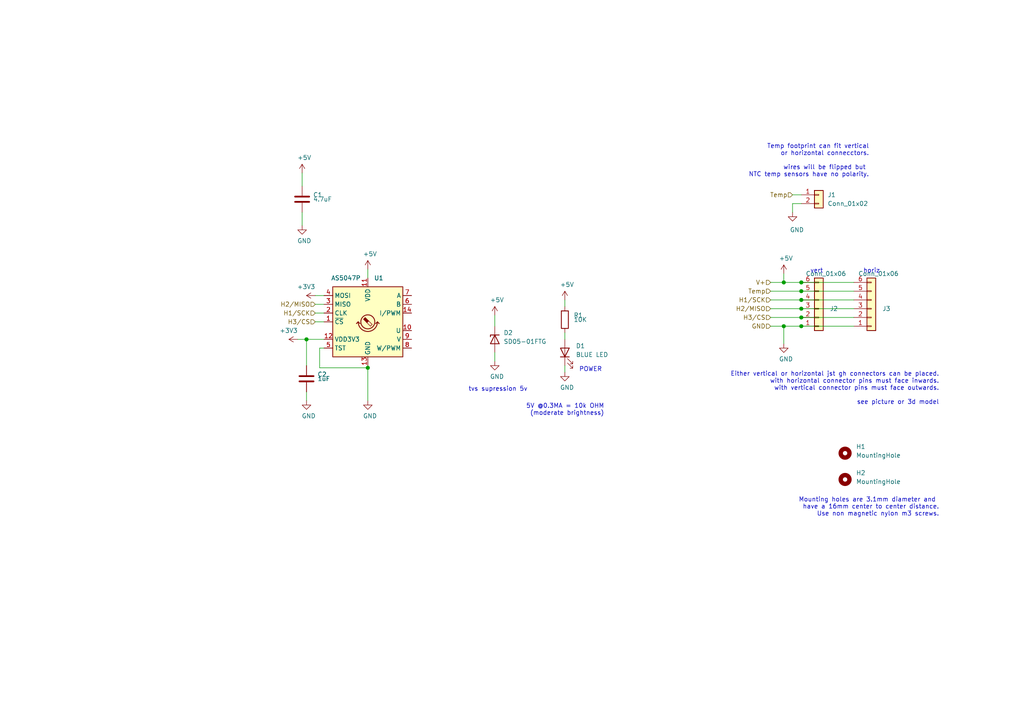
<source format=kicad_sch>
(kicad_sch (version 20210126) (generator eeschema)
  (paper "A4")
  (lib_symbols
    (symbol "Connector_Generic:Conn_01x02" (pin_names (offset 1.016) hide)
      (property "Reference" "J" (at 0 2.54 0))
      (property "Value" "Conn_01x02" (at 0 -5.08 0))
      (symbol "Conn_01x02_1_1"
        (rectangle (start -1.27 -2.413) (end 0 -2.667) (stroke (width 0.1524)))
        (rectangle (start -1.27 0.127) (end 0 -0.127) (stroke (width 0.1524)))
        (rectangle (start -1.27 1.27) (end 1.27 -3.81) (stroke (width 0.254)) (fill (type background)))
        (pin passive line (at -5.08 0 0) (length 3.81) (name "Pin_1") (number "1"))
        (pin passive line (at -5.08 -2.54 0) (length 3.81) (name "Pin_2") (number "2"))
      )
    )
    (symbol "Connector_Generic:Conn_01x06" (pin_names (offset 1.016) hide)
      (property "Reference" "J" (at 0 7.62 0))
      (property "Value" "Conn_01x06" (at 0 -10.16 0))
      (symbol "Conn_01x06_1_1"
        (rectangle (start -1.27 -7.493) (end 0 -7.747) (stroke (width 0.1524)))
        (rectangle (start -1.27 -4.953) (end 0 -5.207) (stroke (width 0.1524)))
        (rectangle (start -1.27 -2.413) (end 0 -2.667) (stroke (width 0.1524)))
        (rectangle (start -1.27 0.127) (end 0 -0.127) (stroke (width 0.1524)))
        (rectangle (start -1.27 2.667) (end 0 2.413) (stroke (width 0.1524)))
        (rectangle (start -1.27 5.207) (end 0 4.953) (stroke (width 0.1524)))
        (rectangle (start -1.27 6.35) (end 1.27 -8.89) (stroke (width 0.254)) (fill (type background)))
        (pin passive line (at -5.08 5.08 0) (length 3.81) (name "Pin_1") (number "1"))
        (pin passive line (at -5.08 2.54 0) (length 3.81) (name "Pin_2") (number "2"))
        (pin passive line (at -5.08 0 0) (length 3.81) (name "Pin_3") (number "3"))
        (pin passive line (at -5.08 -2.54 0) (length 3.81) (name "Pin_4") (number "4"))
        (pin passive line (at -5.08 -5.08 0) (length 3.81) (name "Pin_5") (number "5"))
        (pin passive line (at -5.08 -7.62 0) (length 3.81) (name "Pin_6") (number "6"))
      )
    )
    (symbol "Device:C" (pin_numbers hide) (pin_names (offset 0.254))
      (property "Reference" "C" (at 0.635 2.54 0))
      (property "Value" "C" (at 0.635 -2.54 0))
      (symbol "C_0_1"
        (polyline (pts (xy -2.032 -0.762) (xy 2.032 -0.762)) (stroke (width 0.508)))
        (polyline (pts (xy -2.032 0.762) (xy 2.032 0.762)) (stroke (width 0.508)))
      )
      (symbol "C_1_1"
        (pin passive line (at 0 3.81 270) (length 2.794) (name "~") (number "1"))
        (pin passive line (at 0 -3.81 90) (length 2.794) (name "~") (number "2"))
      )
    )
    (symbol "Device:D_Zener" (pin_numbers hide) (pin_names (offset 1.016) hide)
      (property "Reference" "D" (at 0 2.54 0))
      (property "Value" "D_Zener" (at 0 -2.54 0))
      (symbol "D_Zener_0_1"
        (polyline (pts (xy 1.27 0) (xy -1.27 0)))
        (polyline (pts (xy -1.27 -1.27) (xy -1.27 1.27) (xy -0.762 1.27)) (stroke (width 0.254)))
        (polyline (pts (xy 1.27 -1.27) (xy 1.27 1.27) (xy -1.27 0) (xy 1.27 -1.27)) (stroke (width 0.254)))
      )
      (symbol "D_Zener_1_1"
        (pin passive line (at -3.81 0 0) (length 2.54) (name "K") (number "1"))
        (pin passive line (at 3.81 0 180) (length 2.54) (name "A") (number "2"))
      )
    )
    (symbol "Device:LED" (pin_numbers hide) (pin_names (offset 1.016) hide)
      (property "Reference" "D" (at 0 2.54 0))
      (property "Value" "LED" (at 0 -2.54 0))
      (symbol "LED_0_1"
        (polyline (pts (xy -1.27 -1.27) (xy -1.27 1.27)) (stroke (width 0.254)))
        (polyline (pts (xy -1.27 0) (xy 1.27 0)))
        (polyline (pts (xy 1.27 -1.27) (xy 1.27 1.27) (xy -1.27 0) (xy 1.27 -1.27)) (stroke (width 0.254)))
        (polyline (pts (xy -3.048 -0.762) (xy -4.572 -2.286) (xy -3.81 -2.286) (xy -4.572 -2.286) (xy -4.572 -1.524)))
        (polyline (pts (xy -1.778 -0.762) (xy -3.302 -2.286) (xy -2.54 -2.286) (xy -3.302 -2.286) (xy -3.302 -1.524)))
      )
      (symbol "LED_1_1"
        (pin passive line (at -3.81 0 0) (length 2.54) (name "K") (number "1"))
        (pin passive line (at 3.81 0 180) (length 2.54) (name "A") (number "2"))
      )
    )
    (symbol "Device:R" (pin_numbers hide) (pin_names (offset 0))
      (property "Reference" "R" (at 2.032 0 90))
      (property "Value" "R" (at 0 0 90))
      (symbol "R_0_1"
        (rectangle (start -1.016 -2.54) (end 1.016 2.54) (stroke (width 0.254)))
      )
      (symbol "R_1_1"
        (pin passive line (at 0 3.81 270) (length 1.27) (name "~") (number "1"))
        (pin passive line (at 0 -3.81 90) (length 1.27) (name "~") (number "2"))
      )
    )
    (symbol "Mechanical:MountingHole" (pin_names (offset 1.016))
      (property "Reference" "H" (at 0 5.08 0))
      (property "Value" "MountingHole" (at 0 3.175 0))
      (symbol "MountingHole_0_1"
        (circle (center 0 0) (radius 1.27) (stroke (width 1.27)))
      )
    )
    (symbol "Sensor_Magnetic:AS5047D"
      (property "Reference" "U" (at -8.89 11.43 0))
      (property "Value" "AS5047D" (at 5.08 11.43 0))
      (symbol "AS5047D_1_1"
        (arc (start -2.794 0) (end 2.794 0) (radius (at 0 0) (length 2.794) (angles -179.9 -0.1)) (stroke (width 0.254)))
        (circle (center 0 0) (radius 2.032) (stroke (width 0.254)))
        (rectangle (start -10.16 10.16) (end 10.16 -10.16) (stroke (width 0.254)) (fill (type background)))
        (polyline (pts (xy -2.794 0) (xy -3.302 -0.508)) (stroke (width 0.254)))
        (polyline (pts (xy -2.794 0) (xy -2.286 -0.508)) (stroke (width 0.254)))
        (polyline (pts (xy 2.794 0) (xy 2.286 -0.508)) (stroke (width 0.254)))
        (polyline (pts (xy 2.794 0) (xy 3.302 -0.508)) (stroke (width 0.254)))
        (polyline (pts (xy 0.254 0.254) (xy 1.27 -0.762) (xy 0.762 -1.27) (xy -0.254 -0.254)))
        (polyline (pts (xy -0.762 1.27) (xy 0.254 0.254) (xy -0.254 -0.254) (xy -1.27 0.762) (xy -1.016 1.016) (xy -0.762 1.27) (xy -0.635 1.143)) (fill (type outline)))
        (pin input line (at -12.7 0 0) (length 2.54) (name "~CS") (number "1"))
        (pin output line (at 12.7 -2.54 180) (length 2.54) (name "U") (number "10"))
        (pin power_in line (at 0 12.7 270) (length 2.54) (name "VDD") (number "11"))
        (pin power_out line (at -12.7 -5.08 0) (length 2.54) (name "VDD3V3") (number "12"))
        (pin power_in line (at 0 -12.7 90) (length 2.54) (name "GND") (number "13"))
        (pin output line (at 12.7 2.54 180) (length 2.54) (name "I/PWM") (number "14"))
        (pin input line (at -12.7 2.54 0) (length 2.54) (name "CLK") (number "2"))
        (pin output line (at -12.7 5.08 0) (length 2.54) (name "MISO") (number "3"))
        (pin input line (at -12.7 7.62 0) (length 2.54) (name "MOSI") (number "4"))
        (pin input line (at -12.7 -7.62 0) (length 2.54) (name "TST") (number "5"))
        (pin output line (at 12.7 5.08 180) (length 2.54) (name "B") (number "6"))
        (pin output line (at 12.7 7.62 180) (length 2.54) (name "A") (number "7"))
        (pin output line (at 12.7 -7.62 180) (length 2.54) (name "W/PWM") (number "8"))
        (pin output line (at 12.7 -5.08 180) (length 2.54) (name "V") (number "9"))
      )
    )
    (symbol "power:+3.3V" (power) (pin_names (offset 0))
      (property "Value" "+3.3V" (at 0 3.556 0))
      (symbol "+3.3V_0_1"
        (polyline (pts (xy -0.762 1.27) (xy 0 2.54)))
        (polyline (pts (xy 0 0) (xy 0 2.54)))
        (polyline (pts (xy 0 2.54) (xy 0.762 1.27)))
      )
      (symbol "+3.3V_1_1"
        (pin power_in line (at 0 0 90) (length 0) hide (name "+3V3") (number "1"))
      )
    )
    (symbol "power:+5V" (power) (pin_names (offset 0))
      (property "Value" "+5V" (at 0 3.556 0))
      (symbol "+5V_0_1"
        (polyline (pts (xy -0.762 1.27) (xy 0 2.54)))
        (polyline (pts (xy 0 0) (xy 0 2.54)))
        (polyline (pts (xy 0 2.54) (xy 0.762 1.27)))
      )
      (symbol "+5V_1_1"
        (pin power_in line (at 0 0 90) (length 0) hide (name "+5V") (number "1"))
      )
    )
    (symbol "power:GND" (power) (pin_names (offset 0))
      (property "Value" "GND" (at 0 -3.81 0))
      (symbol "GND_0_1"
        (polyline (pts (xy 0 0) (xy 0 -1.27) (xy 1.27 -1.27) (xy 0 -2.54) (xy -1.27 -1.27) (xy 0 -1.27)))
      )
      (symbol "GND_1_1"
        (pin power_in line (at 0 0 270) (length 0) hide (name "GND") (number "1"))
      )
    )
  )
  (junction (at 88.9 98.425) (diameter 1.016))
  (junction (at 106.68 106.68) (diameter 1.016))
  (junction (at 227.33 81.915) (diameter 1.016))
  (junction (at 227.33 94.615) (diameter 1.016))
  (junction (at 232.41 81.915) (diameter 1.016))
  (junction (at 232.41 84.455) (diameter 1.016))
  (junction (at 232.41 86.995) (diameter 1.016))
  (junction (at 232.41 89.535) (diameter 1.016))
  (junction (at 232.41 92.075) (diameter 1.016))
  (junction (at 232.41 94.615) (diameter 1.016))
  (wire (pts (xy 86.36 98.425) (xy 88.9 98.425)))
  (wire (pts (xy 87.63 50.165) (xy 87.63 53.975)))
  (wire (pts (xy 87.63 61.595) (xy 87.63 65.405)))
  (wire (pts (xy 88.9 98.425) (xy 88.9 106.045)))
  (wire (pts (xy 88.9 98.425) (xy 93.98 98.425)))
  (wire (pts (xy 88.9 113.665) (xy 88.9 116.205)))
  (wire (pts (xy 91.44 85.725) (xy 93.98 85.725)))
  (wire (pts (xy 91.44 88.265) (xy 93.98 88.265)))
  (wire (pts (xy 91.44 90.805) (xy 93.98 90.805)))
  (wire (pts (xy 91.44 93.345) (xy 93.98 93.345)))
  (wire (pts (xy 92.71 100.965) (xy 92.71 106.68)))
  (wire (pts (xy 92.71 106.68) (xy 106.68 106.68)))
  (wire (pts (xy 93.98 100.965) (xy 92.71 100.965)))
  (wire (pts (xy 106.68 78.105) (xy 106.68 80.645)))
  (wire (pts (xy 106.68 106.045) (xy 106.68 106.68)))
  (wire (pts (xy 106.68 106.68) (xy 106.68 116.205)))
  (wire (pts (xy 143.51 91.44) (xy 143.51 94.615)))
  (wire (pts (xy 143.51 102.235) (xy 143.51 104.775)))
  (wire (pts (xy 163.83 86.995) (xy 163.83 88.9)))
  (wire (pts (xy 163.83 96.52) (xy 163.83 98.425)))
  (wire (pts (xy 163.83 106.045) (xy 163.83 107.95)))
  (wire (pts (xy 223.52 81.915) (xy 227.33 81.915)))
  (wire (pts (xy 223.52 84.455) (xy 232.41 84.455)))
  (wire (pts (xy 223.52 86.995) (xy 232.41 86.995)))
  (wire (pts (xy 223.52 89.535) (xy 232.41 89.535)))
  (wire (pts (xy 223.52 92.075) (xy 232.41 92.075)))
  (wire (pts (xy 223.52 94.615) (xy 227.33 94.615)))
  (wire (pts (xy 227.33 79.375) (xy 227.33 81.915)))
  (wire (pts (xy 227.33 81.915) (xy 232.41 81.915)))
  (wire (pts (xy 227.33 94.615) (xy 227.33 99.695)))
  (wire (pts (xy 227.33 94.615) (xy 232.41 94.615)))
  (wire (pts (xy 229.87 56.515) (xy 232.41 56.515)))
  (wire (pts (xy 229.87 59.055) (xy 232.41 59.055)))
  (wire (pts (xy 229.87 61.595) (xy 229.87 59.055)))
  (wire (pts (xy 232.41 81.915) (xy 247.65 81.915)))
  (wire (pts (xy 232.41 84.455) (xy 247.65 84.455)))
  (wire (pts (xy 232.41 86.995) (xy 247.65 86.995)))
  (wire (pts (xy 232.41 89.535) (xy 247.65 89.535)))
  (wire (pts (xy 232.41 92.075) (xy 247.65 92.075)))
  (wire (pts (xy 232.41 94.615) (xy 247.65 94.615)))
  (text "tvs supression 5v" (at 153.035 113.665 180) (effects (font (size 1.27 1.27)) (justify right bottom)))
  (text "POWER" (at 174.625 107.95 180) (effects (font (size 1.27 1.27)) (justify right bottom)))
  (text "5V @0.3MA = 10k OHM\n(moderate brightness)" (at 175.26 120.65 180) (effects (font (size 1.27 1.27)) (justify right bottom)))
  (text "vert" (at 238.76 79.375 180) (effects (font (size 1.27 1.27)) (justify right bottom)))
  (text "Temp footprint can fit vertical\nor horizontal connecctors.\n\nwires will be flipped but \nNTC temp sensors have no polarity." (at 252.095 51.435 0) (effects (font (size 1.27 1.27)) (justify right bottom)))
  (text "horiz" (at 255.27 79.375 180) (effects (font (size 1.27 1.27)) (justify right bottom)))
  (text "Either vertical or horizontal jst gh connectors can be placed.\nwith horizontal connector pins must face inwards.\nwith vertical connector pins must face outwards.\n\nsee picture or 3d model" (at 272.415 117.475 0) (effects (font (size 1.27 1.27)) (justify right bottom)))
  (text "Mounting holes are 3.1mm diameter and \nhave a 16mm center to center distance.\nUse non magnetic nylon m3 screws." (at 272.415 149.86 0) (effects (font (size 1.27 1.27)) (justify right bottom)))
  (hierarchical_label "H2{slash}MISO" (shape input) (at 91.44 88.265 180))
  (hierarchical_label "H1{slash}SCK" (shape input) (at 91.44 90.805 180))
  (hierarchical_label "H3{slash}CS" (shape input) (at 91.44 93.345 180))
  (hierarchical_label "V+" (shape input) (at 223.52 81.915 180))
  (hierarchical_label "Temp" (shape input) (at 223.52 84.455 180))
  (hierarchical_label "H1{slash}SCK" (shape input) (at 223.52 86.995 180))
  (hierarchical_label "H2{slash}MISO" (shape input) (at 223.52 89.535 180))
  (hierarchical_label "H3{slash}CS" (shape input) (at 223.52 92.075 180))
  (hierarchical_label "GND" (shape input) (at 223.52 94.615 180))
  (hierarchical_label "Temp" (shape input) (at 229.87 56.515 180))
  (symbol (lib_id "power:+3.3V") (at 86.36 98.425 90) (unit 1)
    (property "Reference" "#PWR0108" (effects hide))
    (property "Value" "+3.3V" (at 86.36 95.885 90) (effects (justify left)))
  )
  (symbol (lib_id "power:+5V") (at 87.63 50.165 0) (unit 1)
    (property "Reference" "#PWR0107" (effects hide))
    (property "Value" "+5V" (at 88.265 45.72 0))
  )
  (symbol (lib_id "power:+3.3V") (at 91.44 85.725 90) (unit 1)
    (property "Reference" "#PWR0102" (effects hide))
    (property "Value" "+3.3V" (at 91.44 83.185 90) (effects (justify left)))
  )
  (symbol (lib_id "power:+5V") (at 106.68 78.105 0) (unit 1)
    (property "Reference" "#PWR0106" (effects hide))
    (property "Value" "+5V" (at 107.315 73.66 0))
  )
  (symbol (lib_id "power:+5V") (at 143.51 91.44 0) (unit 1)
    (property "Reference" "#PWR0113" (effects hide))
    (property "Value" "+5V" (at 144.145 86.995 0))
  )
  (symbol (lib_id "power:+5V") (at 163.83 86.995 0) (unit 1)
    (property "Reference" "#PWR0111" (effects hide))
    (property "Value" "+5V" (at 164.465 82.55 0))
  )
  (symbol (lib_id "power:+5V") (at 227.33 79.375 0) (unit 1)
    (property "Reference" "#PWR0109" (effects hide))
    (property "Value" "+5V" (at 227.965 74.93 0))
  )
  (symbol (lib_id "power:GND") (at 87.63 65.405 0) (unit 1)
    (property "Reference" "#PWR0103" (effects hide))
    (property "Value" "GND" (at 88.265 69.85 0))
  )
  (symbol (lib_id "power:GND") (at 88.9 116.205 0) (unit 1)
    (property "Reference" "#PWR0104" (effects hide))
    (property "Value" "GND" (at 89.535 120.65 0))
  )
  (symbol (lib_id "power:GND") (at 106.68 116.205 0) (unit 1)
    (property "Reference" "#PWR0105" (effects hide))
    (property "Value" "GND" (at 107.315 120.65 0))
  )
  (symbol (lib_id "power:GND") (at 143.51 104.775 0) (unit 1)
    (property "Reference" "#PWR0114" (effects hide))
    (property "Value" "GND" (at 144.145 109.22 0))
  )
  (symbol (lib_id "power:GND") (at 163.83 107.95 0) (unit 1)
    (property "Reference" "#PWR0112" (effects hide))
    (property "Value" "GND" (at 164.465 112.395 0))
  )
  (symbol (lib_id "power:GND") (at 227.33 99.695 0) (unit 1)
    (property "Reference" "#PWR0101" (effects hide))
    (property "Value" "GND" (at 227.965 104.14 0))
  )
  (symbol (lib_id "power:GND") (at 229.87 61.595 0) (unit 1)
    (property "Reference" "#PWR0110" (effects hide))
    (property "Value" "GND" (at 231.14 66.675 0))
  )
  (symbol (lib_id "Mechanical:MountingHole") (at 245.11 131.445 0) (unit 1)
    (property "Reference" "H1" (at 248.285 129.54 0) (effects (justify left)))
    (property "Value" "MountingHole" (at 248.285 132.08 0) (effects (justify left)))
    (property "Footprint" "MountingHole:MountingHole_3.2mm_M3" (effects hide))
  )
  (symbol (lib_id "Mechanical:MountingHole") (at 245.11 139.065 0) (unit 1)
    (property "Reference" "H2" (at 248.285 137.16 0) (effects (justify left)))
    (property "Value" "MountingHole" (at 248.285 139.7 0) (effects (justify left)))
    (property "Footprint" "MountingHole:MountingHole_3.2mm_M3" (effects hide))
  )
  (symbol (lib_id "Device:R") (at 163.83 92.71 0) (unit 1)
    (property "Reference" "R1" (at 166.37 91.44 0) (effects (justify left)))
    (property "Value" "10K" (at 166.37 92.71 0) (effects (justify left)))
    (property "Footprint" "pkl_dipol:R_0603" (effects hide))
  )
  (symbol (lib_id "Device:D_Zener") (at 143.51 98.425 90) (mirror x) (unit 1)
    (property "Reference" "D2" (at 146.05 96.52 90) (effects (justify right)))
    (property "Value" "SD05-01FTG" (at 146.05 99.06 90) (effects (justify right)))
    (property "Footprint" "Diode_SMD:D_SOD-323" (effects hide))
    (property "Field4" "lcsc C151235" (effects hide))
  )
  (symbol (lib_id "Device:LED") (at 163.83 102.235 90) (unit 1)
    (property "Reference" "D1" (at 167.005 100.33 90) (effects (justify right)))
    (property "Value" "BLUE LED" (at 167.005 102.87 90) (effects (justify right)))
    (property "Footprint" "pkl_dipol:D_0603" (effects hide))
  )
  (symbol (lib_id "Connector_Generic:Conn_01x02") (at 237.49 56.515 0) (unit 1)
    (property "Reference" "J1" (at 240.03 56.515 0) (effects (justify left)))
    (property "Value" "Conn_01x02" (at 240.03 59.055 0) (effects (justify left)))
    (property "Footprint" "Connector_JST:JST_GH_SM02B-GHS-TB_1x02-1MP_P1.25mm_Horizontal" (effects hide))
  )
  (symbol (lib_id "Device:C") (at 87.63 57.785 0) (unit 1)
    (property "Reference" "C1" (at 90.805 56.515 0) (effects (justify left)))
    (property "Value" "4.7uF" (at 90.805 57.785 0) (effects (justify left)))
    (property "Footprint" "pkl_dipol:C_0603" (effects hide))
  )
  (symbol (lib_id "Device:C") (at 88.9 109.855 0) (unit 1)
    (property "Reference" "C2" (at 92.075 108.585 0) (effects (justify left)))
    (property "Value" "1uF" (at 92.075 109.855 0) (effects (justify left)))
    (property "Footprint" "pkl_dipol:C_0603" (effects hide))
  )
  (symbol (lib_id "Connector_Generic:Conn_01x06") (at 237.49 89.535 0) (mirror x) (unit 1)
    (property "Reference" "J2" (at 240.665 89.535 0) (effects (justify left)))
    (property "Value" "Conn_01x06" (at 233.68 79.375 0) (effects (justify left)))
    (property "Footprint" "Connector_JST:JST_GH_BM06B-GHS-TBT_1x06-1MP_P1.25mm_Vertical" (effects hide))
  )
  (symbol (lib_id "Connector_Generic:Conn_01x06") (at 252.73 89.535 0) (mirror x) (unit 1)
    (property "Reference" "J3" (at 255.905 89.535 0) (effects (justify left)))
    (property "Value" "Conn_01x06" (at 248.92 79.375 0) (effects (justify left)))
    (property "Footprint" "Connector_JST:JST_GH_SM06B-GHS-TB_1x06-1MP_P1.25mm_Horizontal" (effects hide))
  )
  (symbol (lib_id "Sensor_Magnetic:AS5047D") (at 106.68 93.345 0) (unit 1)
    (property "Reference" "U1" (at 109.855 80.645 0))
    (property "Value" "AS5047P" (at 100.33 80.645 0))
    (property "Footprint" "Package_SO:TSSOP-14_4.4x5mm_P0.65mm" (effects hide))
    (property "Datasheet" "https://ams.com/documents/20143/36005/AS5047D_DS000394_2-00.pdf" (effects hide))
  )
)
</source>
